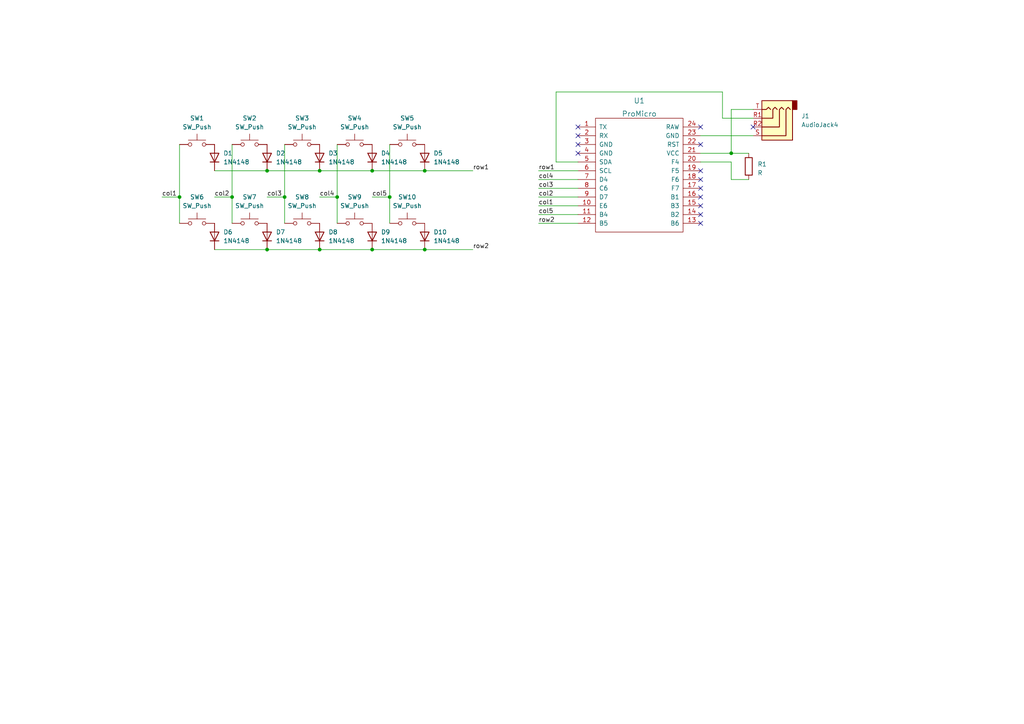
<source format=kicad_sch>
(kicad_sch (version 20230121) (generator eeschema)
  (paper "A4")
  (lib_symbols
    (symbol "Connector:AudioJack4"
      (property "Reference" "J" (at 0 8.89 0))
      (property "Value" "AudioJack4" (at 0 6.35 0))
      (symbol "AudioJack4_0_1"
        (rectangle (start -6.35 -5.08) (end -7.62 -7.62) (stroke (width 0.254)) (fill (type outline)))
        (polyline (pts (xy 0 -5.08) (xy 0.635 -5.715) (xy 1.27 -5.08) (xy 2.54 -5.08)) (stroke (width 0.254)))
        (polyline (pts (xy -5.715 -5.08) (xy -5.08 -5.715) (xy -4.445 -5.08) (xy -4.445 2.54) (xy 2.54 2.54)) (stroke (width 0.254)))
        (polyline (pts (xy -1.905 -5.08) (xy -1.27 -5.715) (xy -0.635 -5.08) (xy -0.635 -2.54) (xy 2.54 -2.54)) (stroke (width 0.254)))
        (polyline (pts (xy 2.54 0) (xy -2.54 0) (xy -2.54 -5.08) (xy -3.175 -5.715) (xy -3.81 -5.08)) (stroke (width 0.254)))
        (rectangle (start 2.54 3.81) (end -6.35 -7.62) (stroke (width 0.254)) (fill (type background)))
      )
      (symbol "AudioJack4_1_1"
        (pin passive line (at 5.08 -2.54 180) (length 2.54) (name "~") (number "R1"))
        (pin passive line (at 5.08 0 180) (length 2.54) (name "~") (number "R2"))
        (pin passive line (at 5.08 2.54 180) (length 2.54) (name "~") (number "S"))
        (pin passive line (at 5.08 -5.08 180) (length 2.54) (name "~") (number "T"))
      )
    )
    (symbol "Device:R" (pin_numbers hide) (pin_names (offset 0))
      (property "Reference" "R" (at 2.032 0 90))
      (property "Value" "R" (at 0 0 90))
      (symbol "R_0_1"
        (rectangle (start -1.016 -2.54) (end 1.016 2.54) (stroke (width 0.254)))
      )
      (symbol "R_1_1"
        (pin passive line (at 0 3.81 270) (length 1.27) (name "~") (number "1"))
        (pin passive line (at 0 -3.81 90) (length 1.27) (name "~") (number "2"))
      )
    )
    (symbol "Diode:1N4148" (pin_numbers hide) (pin_names hide)
      (property "Reference" "D" (at 0 2.54 0))
      (property "Value" "1N4148" (at 0 -2.54 0))
      (symbol "1N4148_0_1"
        (polyline (pts (xy -1.27 1.27) (xy -1.27 -1.27)) (stroke (width 0.254)))
        (polyline (pts (xy 1.27 0) (xy -1.27 0)))
        (polyline (pts (xy 1.27 1.27) (xy 1.27 -1.27) (xy -1.27 0) (xy 1.27 1.27)) (stroke (width 0.254)))
      )
      (symbol "1N4148_1_1"
        (pin passive line (at -3.81 0 0) (length 2.54) (name "K") (number "1"))
        (pin passive line (at 3.81 0 180) (length 2.54) (name "A") (number "2"))
      )
    )
    (symbol "Switch:SW_Push" (pin_numbers hide) (pin_names (offset 1.016) hide)
      (property "Reference" "SW" (at 1.27 2.54 0))
      (property "Value" "SW_Push" (at 0 -1.524 0))
      (symbol "SW_Push_0_1"
        (circle (center -2.032 0) (radius 0.508))
        (polyline (pts (xy 0 1.27) (xy 0 3.048)))
        (polyline (pts (xy 2.54 1.27) (xy -2.54 1.27)))
        (circle (center 2.032 0) (radius 0.508))
        (pin passive line (at -5.08 0 0) (length 2.54) (name "1") (number "1"))
        (pin passive line (at 5.08 0 180) (length 2.54) (name "2") (number "2"))
      )
    )
    (symbol "promicro:ProMicro" (pin_names (offset 1.016))
      (property "Reference" "U" (at 0 24.13 0))
      (property "Value" "ProMicro" (at 0 -13.97 0))
      (symbol "ProMicro_0_1"
        (rectangle (start -12.7 21.59) (end 12.7 -11.43))
      )
      (symbol "ProMicro_1_1"
        (pin bidirectional line (at -17.78 19.05 0) (length 5.08) (name "TX") (number "1"))
        (pin bidirectional line (at -17.78 -3.81 0) (length 5.08) (name "E6") (number "10"))
        (pin bidirectional line (at -17.78 -6.35 0) (length 5.08) (name "B4") (number "11"))
        (pin bidirectional line (at -17.78 -8.89 0) (length 5.08) (name "B5") (number "12"))
        (pin bidirectional line (at 17.78 -8.89 180) (length 5.08) (name "B6") (number "13"))
        (pin bidirectional line (at 17.78 -6.35 180) (length 5.08) (name "B2") (number "14"))
        (pin bidirectional line (at 17.78 -3.81 180) (length 5.08) (name "B3") (number "15"))
        (pin bidirectional line (at 17.78 -1.27 180) (length 5.08) (name "B1") (number "16"))
        (pin bidirectional line (at 17.78 1.27 180) (length 5.08) (name "F7") (number "17"))
        (pin bidirectional line (at 17.78 3.81 180) (length 5.08) (name "F6") (number "18"))
        (pin bidirectional line (at 17.78 6.35 180) (length 5.08) (name "F5") (number "19"))
        (pin bidirectional line (at -17.78 16.51 0) (length 5.08) (name "RX") (number "2"))
        (pin bidirectional line (at 17.78 8.89 180) (length 5.08) (name "F4") (number "20"))
        (pin power_in line (at 17.78 11.43 180) (length 5.08) (name "VCC") (number "21"))
        (pin input line (at 17.78 13.97 180) (length 5.08) (name "RST") (number "22"))
        (pin power_in line (at 17.78 16.51 180) (length 5.08) (name "GND") (number "23"))
        (pin power_out line (at 17.78 19.05 180) (length 5.08) (name "RAW") (number "24"))
        (pin power_in line (at -17.78 13.97 0) (length 5.08) (name "GND") (number "3"))
        (pin power_in line (at -17.78 11.43 0) (length 5.08) (name "GND") (number "4"))
        (pin bidirectional line (at -17.78 8.89 0) (length 5.08) (name "SDA") (number "5"))
        (pin bidirectional line (at -17.78 6.35 0) (length 5.08) (name "SCL") (number "6"))
        (pin bidirectional line (at -17.78 3.81 0) (length 5.08) (name "D4") (number "7"))
        (pin bidirectional line (at -17.78 1.27 0) (length 5.08) (name "C6") (number "8"))
        (pin bidirectional line (at -17.78 -1.27 0) (length 5.08) (name "D7") (number "9"))
      )
    )
  )
  (junction (at 123.19 49.53))
  (junction (at 123.19 72.39))
  (junction (at 107.95 49.53))
  (junction (at 52.07 57.15))
  (junction (at 212.09 44.45))
  (junction (at 113.03 57.15))
  (junction (at 67.31 57.15))
  (junction (at 82.55 57.15))
  (junction (at 107.95 72.39))
  (junction (at 97.79 57.15))
  (junction (at 92.71 49.53))
  (junction (at 77.47 49.53))
  (junction (at 77.47 72.39))
  (junction (at 92.71 72.39))
  (no_connect (at 203.2 52.07))
  (no_connect (at 203.2 62.23))
  (no_connect (at 203.2 64.77))
  (no_connect (at 167.64 41.91))
  (no_connect (at 203.2 41.91))
  (no_connect (at 167.64 36.83))
  (no_connect (at 167.64 44.45))
  (no_connect (at 203.2 49.53))
  (no_connect (at 167.64 39.37))
  (no_connect (at 203.2 59.69))
  (no_connect (at 218.44 36.83))
  (no_connect (at 203.2 36.83))
  (no_connect (at 203.2 54.61))
  (no_connect (at 203.2 57.15))
  (wire (pts (xy 62.23 49.53) (xy 77.47 49.53)))
  (wire (pts (xy 97.79 41.91) (xy 97.79 57.15)))
  (wire (pts (xy 156.21 52.07) (xy 167.64 52.07)))
  (wire (pts (xy 218.44 31.75) (xy 212.09 31.75)))
  (wire (pts (xy 203.2 46.99) (xy 212.09 46.99)))
  (wire (pts (xy 113.03 41.91) (xy 113.03 57.15)))
  (wire (pts (xy 113.03 57.15) (xy 113.03 64.77)))
  (wire (pts (xy 161.29 46.99) (xy 167.64 46.99)))
  (wire (pts (xy 92.71 72.39) (xy 107.95 72.39)))
  (wire (pts (xy 212.09 46.99) (xy 212.09 52.07)))
  (wire (pts (xy 52.07 57.15) (xy 46.99 57.15)))
  (wire (pts (xy 209.55 26.67) (xy 161.29 26.67)))
  (wire (pts (xy 123.19 49.53) (xy 137.16 49.53)))
  (wire (pts (xy 107.95 49.53) (xy 123.19 49.53)))
  (wire (pts (xy 107.95 72.39) (xy 123.19 72.39)))
  (wire (pts (xy 67.31 57.15) (xy 67.31 64.77)))
  (wire (pts (xy 113.03 57.15) (xy 107.95 57.15)))
  (wire (pts (xy 209.55 34.29) (xy 209.55 26.67)))
  (wire (pts (xy 62.23 72.39) (xy 77.47 72.39)))
  (wire (pts (xy 77.47 72.39) (xy 92.71 72.39)))
  (wire (pts (xy 161.29 26.67) (xy 161.29 46.99)))
  (wire (pts (xy 67.31 41.91) (xy 67.31 57.15)))
  (wire (pts (xy 77.47 49.53) (xy 92.71 49.53)))
  (wire (pts (xy 156.21 62.23) (xy 167.64 62.23)))
  (wire (pts (xy 92.71 49.53) (xy 107.95 49.53)))
  (wire (pts (xy 156.21 59.69) (xy 167.64 59.69)))
  (wire (pts (xy 212.09 44.45) (xy 203.2 44.45)))
  (wire (pts (xy 82.55 57.15) (xy 82.55 64.77)))
  (wire (pts (xy 52.07 41.91) (xy 52.07 57.15)))
  (wire (pts (xy 123.19 72.39) (xy 137.16 72.39)))
  (wire (pts (xy 203.2 39.37) (xy 218.44 39.37)))
  (wire (pts (xy 67.31 57.15) (xy 62.23 57.15)))
  (wire (pts (xy 82.55 41.91) (xy 82.55 57.15)))
  (wire (pts (xy 156.21 64.77) (xy 167.64 64.77)))
  (wire (pts (xy 82.55 57.15) (xy 77.47 57.15)))
  (wire (pts (xy 97.79 57.15) (xy 92.71 57.15)))
  (wire (pts (xy 97.79 57.15) (xy 97.79 64.77)))
  (wire (pts (xy 212.09 44.45) (xy 217.17 44.45)))
  (wire (pts (xy 212.09 31.75) (xy 212.09 44.45)))
  (wire (pts (xy 52.07 57.15) (xy 52.07 64.77)))
  (wire (pts (xy 212.09 52.07) (xy 217.17 52.07)))
  (wire (pts (xy 209.55 34.29) (xy 218.44 34.29)))
  (wire (pts (xy 156.21 57.15) (xy 167.64 57.15)))
  (wire (pts (xy 156.21 49.53) (xy 167.64 49.53)))
  (wire (pts (xy 156.21 54.61) (xy 167.64 54.61)))
  (label "row1" (at 137.16 49.53 0))
  (label "col3" (at 156.21 54.61 0))
  (label "col3" (at 77.47 57.15 0))
  (label "col2" (at 156.21 57.15 0))
  (label "col5" (at 156.21 62.23 0))
  (label "col5" (at 107.95 57.15 0))
  (label "row2" (at 156.21 64.77 0))
  (label "row2" (at 137.16 72.39 0))
  (label "col1" (at 156.21 59.69 0))
  (label "row1" (at 156.21 49.53 0))
  (label "col1" (at 46.99 57.15 0))
  (label "col4" (at 92.71 57.15 0))
  (label "col4" (at 156.21 52.07 0))
  (label "col2" (at 62.23 57.15 0))
  (symbol (lib_id "Switch:SW_Push") (at 118.11 64.77 0) (unit 1)
    (property "Reference" "SW10" (at 118.11 57.15 0))
    (property "Value" "SW_Push" (at 118.11 59.69 0))
    (property "Footprint" "Switch_Keyboard_Hotswap_Kailh:SW_Hotswap_Kailh_Choc_V1V2_1.00u" (effects hide))
  )
  (symbol (lib_id "Diode:1N4148") (at 107.95 68.58 90) (unit 1)
    (property "Reference" "D9" (at 110.49 67.3099 90) (effects (justify right)))
    (property "Value" "1N4148" (at 110.49 69.8499 90) (effects (justify right)))
    (property "Footprint" "Diode_THT:D_DO-35_SOD27_P7.62mm_Horizontal" (effects hide))
    (property "Datasheet" "https://assets.nexperia.com/documents/data-sheet/1N4148_1N4448.pdf" (effects hide))
  )
  (symbol (lib_id "Connector:AudioJack4") (at 223.52 36.83 180) (unit 1)
    (property "Reference" "J1" (at 232.41 33.6549 0) (effects (justify right)))
    (property "Value" "AudioJack4" (at 232.41 36.1949 0) (effects (justify right)))
    (property "Footprint" "Connector_Audio:Jack_3.5mm_PJ320D_Horizontal" (effects hide))
  )
  (symbol (lib_id "Diode:1N4148") (at 92.71 68.58 90) (unit 1)
    (property "Reference" "D8" (at 95.25 67.3099 90) (effects (justify right)))
    (property "Value" "1N4148" (at 95.25 69.8499 90) (effects (justify right)))
    (property "Footprint" "Diode_THT:D_DO-35_SOD27_P7.62mm_Horizontal" (effects hide))
    (property "Datasheet" "https://assets.nexperia.com/documents/data-sheet/1N4148_1N4448.pdf" (effects hide))
  )
  (symbol (lib_id "Switch:SW_Push") (at 118.11 41.91 0) (unit 1)
    (property "Reference" "SW5" (at 118.11 34.29 0))
    (property "Value" "SW_Push" (at 118.11 36.83 0))
    (property "Footprint" "Switch_Keyboard_Hotswap_Kailh:SW_Hotswap_Kailh_Choc_V1V2_1.00u" (effects hide))
  )
  (symbol (lib_id "Switch:SW_Push") (at 87.63 64.77 0) (unit 1)
    (property "Reference" "SW8" (at 87.63 57.15 0))
    (property "Value" "SW_Push" (at 87.63 59.69 0))
    (property "Footprint" "Switch_Keyboard_Hotswap_Kailh:SW_Hotswap_Kailh_Choc_V1V2_1.00u" (effects hide))
  )
  (symbol (lib_id "Diode:1N4148") (at 123.19 68.58 90) (unit 1)
    (property "Reference" "D10" (at 125.73 67.3099 90) (effects (justify right)))
    (property "Value" "1N4148" (at 125.73 69.8499 90) (effects (justify right)))
    (property "Footprint" "Diode_THT:D_DO-35_SOD27_P7.62mm_Horizontal" (effects hide))
    (property "Datasheet" "https://assets.nexperia.com/documents/data-sheet/1N4148_1N4448.pdf" (effects hide))
  )
  (symbol (lib_id "Switch:SW_Push") (at 57.15 64.77 0) (unit 1)
    (property "Reference" "SW6" (at 57.15 57.15 0))
    (property "Value" "SW_Push" (at 57.15 59.69 0))
    (property "Footprint" "Switch_Keyboard_Hotswap_Kailh:SW_Hotswap_Kailh_Choc_V1V2_1.00u" (effects hide))
  )
  (symbol (lib_id "Diode:1N4148") (at 123.19 45.72 90) (unit 1)
    (property "Reference" "D5" (at 125.73 44.4499 90) (effects (justify right)))
    (property "Value" "1N4148" (at 125.73 46.9899 90) (effects (justify right)))
    (property "Footprint" "Diode_THT:D_DO-35_SOD27_P7.62mm_Horizontal" (effects hide))
    (property "Datasheet" "https://assets.nexperia.com/documents/data-sheet/1N4148_1N4448.pdf" (effects hide))
  )
  (symbol (lib_id "Switch:SW_Push") (at 72.39 41.91 0) (unit 1)
    (property "Reference" "SW2" (at 72.39 34.29 0))
    (property "Value" "SW_Push" (at 72.39 36.83 0))
    (property "Footprint" "Switch_Keyboard_Hotswap_Kailh:SW_Hotswap_Kailh_Choc_V1V2_1.00u" (effects hide))
  )
  (symbol (lib_id "Diode:1N4148") (at 107.95 45.72 90) (unit 1)
    (property "Reference" "D4" (at 110.49 44.4499 90) (effects (justify right)))
    (property "Value" "1N4148" (at 110.49 46.9899 90) (effects (justify right)))
    (property "Footprint" "Diode_THT:D_DO-35_SOD27_P7.62mm_Horizontal" (effects hide))
    (property "Datasheet" "https://assets.nexperia.com/documents/data-sheet/1N4148_1N4448.pdf" (effects hide))
  )
  (symbol (lib_id "Diode:1N4148") (at 92.71 45.72 90) (unit 1)
    (property "Reference" "D3" (at 95.25 44.4499 90) (effects (justify right)))
    (property "Value" "1N4148" (at 95.25 46.9899 90) (effects (justify right)))
    (property "Footprint" "Diode_THT:D_DO-35_SOD27_P7.62mm_Horizontal" (effects hide))
    (property "Datasheet" "https://assets.nexperia.com/documents/data-sheet/1N4148_1N4448.pdf" (effects hide))
  )
  (symbol (lib_id "Switch:SW_Push") (at 57.15 41.91 0) (unit 1)
    (property "Reference" "SW1" (at 57.15 34.29 0))
    (property "Value" "SW_Push" (at 57.15 36.83 0))
    (property "Footprint" "Switch_Keyboard_Hotswap_Kailh:SW_Hotswap_Kailh_Choc_V1V2_1.00u" (effects hide))
  )
  (symbol (lib_id "Diode:1N4148") (at 77.47 68.58 90) (unit 1)
    (property "Reference" "D7" (at 80.01 67.3099 90) (effects (justify right)))
    (property "Value" "1N4148" (at 80.01 69.8499 90) (effects (justify right)))
    (property "Footprint" "Diode_THT:D_DO-35_SOD27_P7.62mm_Horizontal" (effects hide))
    (property "Datasheet" "https://assets.nexperia.com/documents/data-sheet/1N4148_1N4448.pdf" (effects hide))
  )
  (symbol (lib_id "Device:R") (at 217.17 48.26 0) (unit 1)
    (property "Reference" "R1" (at 219.71 47.625 0) (effects (justify left)))
    (property "Value" "R" (at 219.71 50.165 0) (effects (justify left)))
  )
  (symbol (lib_id "Diode:1N4148") (at 77.47 45.72 90) (unit 1)
    (property "Reference" "D2" (at 80.01 44.4499 90) (effects (justify right)))
    (property "Value" "1N4148" (at 80.01 46.9899 90) (effects (justify right)))
    (property "Footprint" "Diode_THT:D_DO-35_SOD27_P7.62mm_Horizontal" (effects hide))
    (property "Datasheet" "https://assets.nexperia.com/documents/data-sheet/1N4148_1N4448.pdf" (effects hide))
  )
  (symbol (lib_id "promicro:ProMicro") (at 185.42 55.88 0) (unit 1)
    (property "Reference" "U1" (at 185.42 29.21 0) (effects (font (size 1.524 1.524))))
    (property "Value" "ProMicro" (at 185.42 33.02 0) (effects (font (size 1.524 1.524))))
    (property "Footprint" "promicro:ProMicro" (effects hide))
  )
  (symbol (lib_id "Switch:SW_Push") (at 87.63 41.91 0) (unit 1)
    (property "Reference" "SW3" (at 87.63 34.29 0))
    (property "Value" "SW_Push" (at 87.63 36.83 0))
    (property "Footprint" "Switch_Keyboard_Hotswap_Kailh:SW_Hotswap_Kailh_Choc_V1V2_1.00u" (effects hide))
  )
  (symbol (lib_id "Diode:1N4148") (at 62.23 45.72 90) (unit 1)
    (property "Reference" "D1" (at 64.77 44.4499 90) (effects (justify right)))
    (property "Value" "1N4148" (at 64.77 46.9899 90) (effects (justify right)))
    (property "Footprint" "Diode_THT:D_DO-35_SOD27_P7.62mm_Horizontal" (effects hide))
    (property "Datasheet" "https://assets.nexperia.com/documents/data-sheet/1N4148_1N4448.pdf" (effects hide))
  )
  (symbol (lib_id "Diode:1N4148") (at 62.23 68.58 90) (unit 1)
    (property "Reference" "D6" (at 64.77 67.3099 90) (effects (justify right)))
    (property "Value" "1N4148" (at 64.77 69.8499 90) (effects (justify right)))
    (property "Footprint" "Diode_THT:D_DO-35_SOD27_P7.62mm_Horizontal" (effects hide))
    (property "Datasheet" "https://assets.nexperia.com/documents/data-sheet/1N4148_1N4448.pdf" (effects hide))
  )
  (symbol (lib_id "Switch:SW_Push") (at 102.87 41.91 0) (unit 1)
    (property "Reference" "SW4" (at 102.87 34.29 0))
    (property "Value" "SW_Push" (at 102.87 36.83 0))
    (property "Footprint" "Switch_Keyboard_Hotswap_Kailh:SW_Hotswap_Kailh_Choc_V1V2_1.00u" (effects hide))
  )
  (symbol (lib_id "Switch:SW_Push") (at 102.87 64.77 0) (unit 1)
    (property "Reference" "SW9" (at 102.87 57.15 0))
    (property "Value" "SW_Push" (at 102.87 59.69 0))
    (property "Footprint" "Switch_Keyboard_Hotswap_Kailh:SW_Hotswap_Kailh_Choc_V1V2_1.00u" (effects hide))
  )
  (symbol (lib_id "Switch:SW_Push") (at 72.39 64.77 0) (unit 1)
    (property "Reference" "SW7" (at 72.39 57.15 0))
    (property "Value" "SW_Push" (at 72.39 59.69 0))
    (property "Footprint" "Switch_Keyboard_Hotswap_Kailh:SW_Hotswap_Kailh_Choc_V1V2_1.00u" (effects hide))
  )
)
</source>
